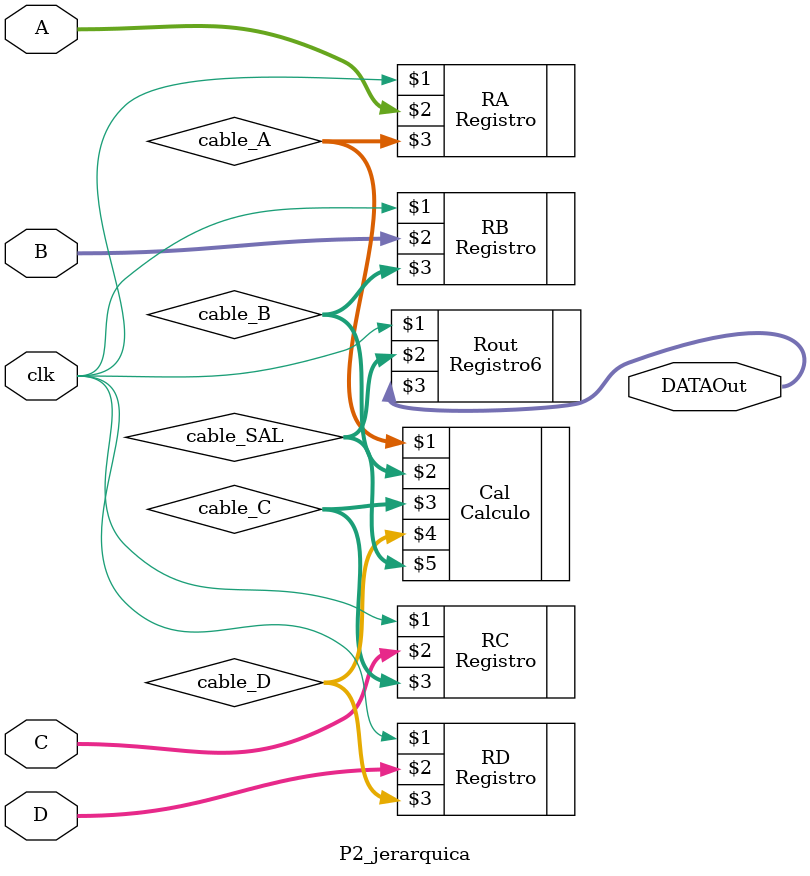
<source format=v>
`timescale 1ns / 1ps

module P2_jerarquica(
    input [1:0] A, B, C, D, // Entradas de 2 bits
    input clk,              // Señal de reloj
    output [5:0] DATAOut    // Salida de 6 bits
    );

// Declaramos conexiones entre módulos como Wire
    wire [1:0] cable_A, cable_B, cable_C, cable_D; // Cables para las salidas de los registros de 2 bits
    wire [5:0] cable_SAL;                          // Cable para la salida del módulo de cálculo

// Instanciamos los distintos módulos que necesitaremos
    Registro RA(clk, A, cable_A);  // Registro para la entrada A
    Registro RB(clk, B, cable_B);  // Registro para la entrada B
    Registro RC(clk, C, cable_C);  // Registro para la entrada C
    Registro RD(clk, D, cable_D);  // Registro para la entrada D

    Calculo Cal(cable_A, cable_B, cable_C, cable_D, cable_SAL); // Módulo de cálculo que toma las salidas de los registros

    Registro6 Rout(clk, cable_SAL, DATAOut); // Registro de 6 bits para la salida final

endmodule

// Este módulo implementa un sistema jerárquico que toma cuatro entradas de 2 bits (A, B, C, D) y una señal de reloj (clk).
// Las entradas se registran mediante módulos de registro individuales (RA, RB, RC, RD).
// Las salidas de estos registros se pasan a un módulo de cálculo (Cal) que realiza una operación y produce una salida de 6 bits (cable_SAL).
// Finalmente, la salida del módulo de cálculo se registra en un registro de 6 bits (Rout) para producir la salida final (DATAOut).
</source>
